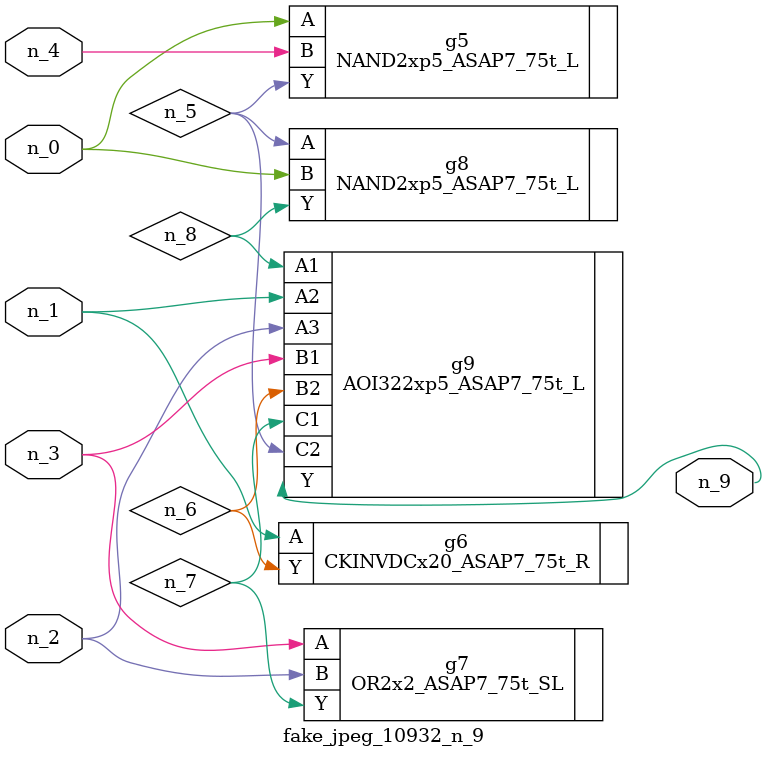
<source format=v>
module fake_jpeg_10932_n_9 (n_3, n_2, n_1, n_0, n_4, n_9);

input n_3;
input n_2;
input n_1;
input n_0;
input n_4;

output n_9;

wire n_8;
wire n_6;
wire n_5;
wire n_7;

NAND2xp5_ASAP7_75t_L g5 ( 
.A(n_0),
.B(n_4),
.Y(n_5)
);

CKINVDCx20_ASAP7_75t_R g6 ( 
.A(n_1),
.Y(n_6)
);

OR2x2_ASAP7_75t_SL g7 ( 
.A(n_3),
.B(n_2),
.Y(n_7)
);

NAND2xp5_ASAP7_75t_L g8 ( 
.A(n_5),
.B(n_0),
.Y(n_8)
);

AOI322xp5_ASAP7_75t_L g9 ( 
.A1(n_8),
.A2(n_1),
.A3(n_2),
.B1(n_3),
.B2(n_6),
.C1(n_7),
.C2(n_5),
.Y(n_9)
);


endmodule
</source>
